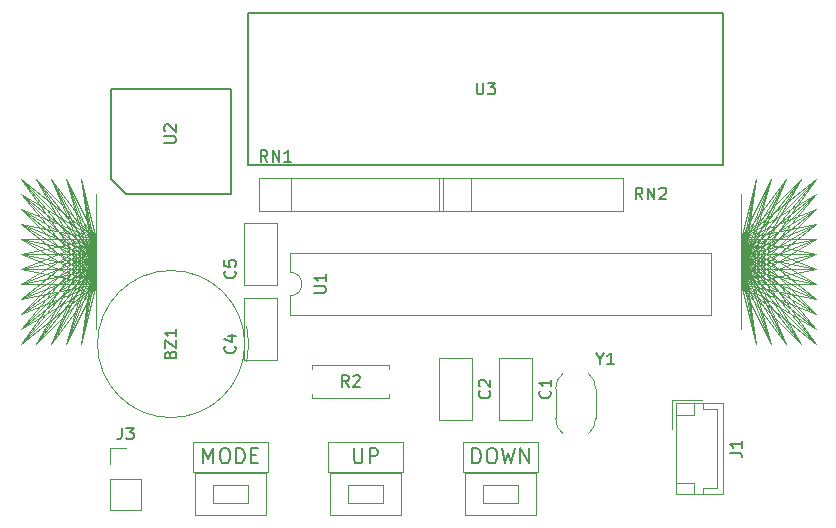
<source format=gto>
G04 #@! TF.GenerationSoftware,KiCad,Pcbnew,5.99.0-unknown-r17607-a0698723*
G04 #@! TF.CreationDate,2020-04-07T13:45:43-05:00*
G04 #@! TF.ProjectId,pcb_proto,7063625f-7072-46f7-946f-2e6b69636164,rev?*
G04 #@! TF.SameCoordinates,Original*
G04 #@! TF.FileFunction,Legend,Top*
G04 #@! TF.FilePolarity,Positive*
%FSLAX46Y46*%
G04 Gerber Fmt 4.6, Leading zero omitted, Abs format (unit mm)*
G04 Created by KiCad (PCBNEW 5.99.0-unknown-r17607-a0698723) date 2020-04-07 13:45:43*
%MOMM*%
%LPD*%
G01*
G04 APERTURE LIST*
%ADD10C,0.120000*%
%ADD11C,0.203200*%
%ADD12C,0.150000*%
G04 APERTURE END LIST*
D10*
X177800000Y-74930000D02*
X171450000Y-83820000D01*
X176530000Y-74930000D02*
X171450000Y-83820000D01*
X175260000Y-74930000D02*
X171450000Y-83820000D01*
X116840000Y-83820000D02*
X115570000Y-74930000D01*
X116840000Y-82550000D02*
X115570000Y-74930000D01*
X116840000Y-80010000D02*
X115570000Y-74930000D01*
X116840000Y-81280000D02*
X115570000Y-74930000D01*
X116840000Y-80010000D02*
X115570000Y-88900000D01*
X115570000Y-88900000D02*
X116840000Y-81280000D01*
X116840000Y-82550000D02*
X115570000Y-88900000D01*
X115570000Y-88900000D02*
X116840000Y-83820000D01*
X116840000Y-80010000D02*
X113030000Y-88900000D01*
X116840000Y-80010000D02*
X111760000Y-88900000D01*
X116840000Y-80010000D02*
X110490000Y-88900000D01*
X171450000Y-80010000D02*
X172720000Y-88900000D01*
X172720000Y-88900000D02*
X171450000Y-81280000D01*
X171450000Y-82550000D02*
X172720000Y-88900000D01*
X172720000Y-88900000D02*
X171450000Y-83820000D01*
X172720000Y-74930000D02*
X171450000Y-83820000D01*
X171450000Y-82550000D02*
X172720000Y-74930000D01*
X172720000Y-74930000D02*
X171450000Y-81280000D01*
X171450000Y-80010000D02*
X172720000Y-74930000D01*
X171450000Y-83820000D02*
X177800000Y-78740000D01*
X171450000Y-81280000D02*
X175260000Y-88900000D01*
X171450000Y-81280000D02*
X177800000Y-86360000D01*
X171450000Y-80010000D02*
X173990000Y-88900000D01*
X171450000Y-80010000D02*
X177800000Y-78740000D01*
X171450000Y-81280000D02*
X176530000Y-88900000D01*
X171450000Y-82550000D02*
X176530000Y-88900000D01*
X171450000Y-80010000D02*
X176530000Y-88900000D01*
X171450000Y-83820000D02*
X176530000Y-88900000D01*
X171450000Y-81280000D02*
X175260000Y-74930000D01*
X171450000Y-80010000D02*
X176530000Y-74930000D01*
X171450000Y-81280000D02*
X177800000Y-78740000D01*
X171450000Y-80010000D02*
X177800000Y-83820000D01*
X171450000Y-83820000D02*
X177800000Y-87630000D01*
X171450000Y-82550000D02*
X173990000Y-88900000D01*
X171450000Y-82550000D02*
X177800000Y-76200000D01*
X171450000Y-81280000D02*
X173990000Y-74930000D01*
X171450000Y-82550000D02*
X177800000Y-83820000D01*
X171450000Y-83820000D02*
X175260000Y-88900000D01*
X171450000Y-82550000D02*
X177800000Y-81280000D01*
X177800000Y-88900000D02*
X171450000Y-80010000D01*
X171450000Y-80010000D02*
X177800000Y-76200000D01*
X171450000Y-82550000D02*
X176530000Y-74930000D01*
X171450000Y-82550000D02*
X177800000Y-85090000D01*
X171450000Y-81280000D02*
X173990000Y-88900000D01*
X171450000Y-82550000D02*
X175260000Y-88900000D01*
X175260000Y-88900000D02*
X171450000Y-80010000D01*
X171450000Y-83820000D02*
X177800000Y-86360000D01*
X171450000Y-82550000D02*
X177800000Y-87630000D01*
X171450000Y-82550000D02*
X177800000Y-80010000D01*
X171450000Y-80010000D02*
X177800000Y-82550000D01*
X171450000Y-82550000D02*
X177800000Y-86360000D01*
X171450000Y-83820000D02*
X177800000Y-83820000D01*
X171450000Y-81280000D02*
X177800000Y-74930000D01*
X171450000Y-83820000D02*
X177800000Y-77470000D01*
X171450000Y-80010000D02*
X173990000Y-74930000D01*
X171450000Y-82550000D02*
X177800000Y-74930000D01*
X171450000Y-81280000D02*
X177800000Y-83820000D01*
X171450000Y-81280000D02*
X177800000Y-85090000D01*
X171450000Y-83820000D02*
X177800000Y-82550000D01*
X171450000Y-82550000D02*
X177800000Y-82550000D01*
X171450000Y-80010000D02*
X175260000Y-74930000D01*
X171450000Y-83820000D02*
X177800000Y-88900000D01*
X171450000Y-83820000D02*
X177800000Y-76200000D01*
X171450000Y-81280000D02*
X177800000Y-80010000D01*
X171450000Y-81280000D02*
X177800000Y-88900000D01*
X171450000Y-82550000D02*
X175260000Y-74930000D01*
X171450000Y-80010000D02*
X177800000Y-85090000D01*
X171450000Y-80010000D02*
X177800000Y-80010000D01*
X171450000Y-80010000D02*
X177800000Y-81280000D01*
X171450000Y-83820000D02*
X177800000Y-80010000D01*
X171450000Y-82550000D02*
X173990000Y-74930000D01*
X171450000Y-83820000D02*
X173990000Y-74930000D01*
X171450000Y-81280000D02*
X177800000Y-76200000D01*
X171450000Y-82550000D02*
X177800000Y-88900000D01*
X171450000Y-81280000D02*
X177800000Y-77470000D01*
X171450000Y-81280000D02*
X176530000Y-74930000D01*
X177800000Y-86360000D02*
X171450000Y-80010000D01*
X171450000Y-80010000D02*
X177800000Y-77470000D01*
X171450000Y-81280000D02*
X177800000Y-87630000D01*
X171450000Y-81280000D02*
X177800000Y-81280000D01*
X171450000Y-83820000D02*
X177800000Y-81280000D01*
X171450000Y-82550000D02*
X177800000Y-77470000D01*
X171450000Y-83820000D02*
X173990000Y-88900000D01*
X171450000Y-80010000D02*
X177800000Y-87630000D01*
X171450000Y-80010000D02*
X177800000Y-74930000D01*
X171450000Y-83820000D02*
X177800000Y-85090000D01*
X171450000Y-81280000D02*
X177800000Y-82550000D01*
X171450000Y-82550000D02*
X177800000Y-78740000D01*
X116840000Y-80010000D02*
X110490000Y-85090000D01*
X116840000Y-82550000D02*
X113030000Y-74930000D01*
X116840000Y-82550000D02*
X110490000Y-77470000D01*
X116840000Y-83820000D02*
X114300000Y-74930000D01*
X116840000Y-83820000D02*
X110490000Y-85090000D01*
X116840000Y-82550000D02*
X111760000Y-74930000D01*
X116840000Y-81280000D02*
X111760000Y-74930000D01*
X116840000Y-83820000D02*
X111760000Y-74930000D01*
X116840000Y-80010000D02*
X111760000Y-74930000D01*
X116840000Y-82550000D02*
X113030000Y-88900000D01*
X116840000Y-83820000D02*
X111760000Y-88900000D01*
X116840000Y-82550000D02*
X110490000Y-85090000D01*
X116840000Y-83820000D02*
X110490000Y-80010000D01*
X116840000Y-80010000D02*
X110490000Y-76200000D01*
X116840000Y-81280000D02*
X114300000Y-74930000D01*
X116840000Y-81280000D02*
X110490000Y-87630000D01*
X116840000Y-82550000D02*
X114300000Y-88900000D01*
X116840000Y-81280000D02*
X110490000Y-80010000D01*
X116840000Y-80010000D02*
X113030000Y-74930000D01*
X116840000Y-81280000D02*
X110490000Y-82550000D01*
X110490000Y-74930000D02*
X116840000Y-83820000D01*
X116840000Y-83820000D02*
X110490000Y-87630000D01*
X116840000Y-81280000D02*
X111760000Y-88900000D01*
X116840000Y-81280000D02*
X110490000Y-78740000D01*
X116840000Y-82550000D02*
X114300000Y-74930000D01*
X116840000Y-81280000D02*
X113030000Y-74930000D01*
X113030000Y-74930000D02*
X116840000Y-83820000D01*
X116840000Y-80010000D02*
X110490000Y-77470000D01*
X116840000Y-81280000D02*
X110490000Y-76200000D01*
X116840000Y-81280000D02*
X110490000Y-83820000D01*
X116840000Y-83820000D02*
X110490000Y-81280000D01*
X116840000Y-81280000D02*
X110490000Y-77470000D01*
X116840000Y-80010000D02*
X110490000Y-80010000D01*
X116840000Y-82550000D02*
X110490000Y-88900000D01*
X116840000Y-80010000D02*
X110490000Y-86360000D01*
X116840000Y-83820000D02*
X114300000Y-88900000D01*
X116840000Y-81280000D02*
X110490000Y-88900000D01*
X116840000Y-82550000D02*
X110490000Y-80010000D01*
X116840000Y-82550000D02*
X110490000Y-78740000D01*
X116840000Y-80010000D02*
X110490000Y-81280000D01*
X116840000Y-81280000D02*
X110490000Y-81280000D01*
X116840000Y-83820000D02*
X113030000Y-88900000D01*
X116840000Y-80010000D02*
X110490000Y-74930000D01*
X116840000Y-80010000D02*
X110490000Y-87630000D01*
X116840000Y-82550000D02*
X110490000Y-83820000D01*
X116840000Y-82550000D02*
X110490000Y-74930000D01*
X116840000Y-81280000D02*
X113030000Y-88900000D01*
X116840000Y-83820000D02*
X110490000Y-78740000D01*
X116840000Y-83820000D02*
X110490000Y-83820000D01*
X116840000Y-83820000D02*
X110490000Y-82550000D01*
X116840000Y-80010000D02*
X110490000Y-83820000D01*
X116840000Y-81280000D02*
X114300000Y-88900000D01*
X116840000Y-80010000D02*
X114300000Y-88900000D01*
X116840000Y-82550000D02*
X110490000Y-87630000D01*
X116840000Y-81280000D02*
X110490000Y-74930000D01*
X116840000Y-82550000D02*
X110490000Y-86360000D01*
X116840000Y-82550000D02*
X111760000Y-88900000D01*
X110490000Y-77470000D02*
X116840000Y-83820000D01*
X116840000Y-83820000D02*
X110490000Y-86360000D01*
X116840000Y-82550000D02*
X110490000Y-76200000D01*
X116840000Y-82550000D02*
X110490000Y-82550000D01*
X116840000Y-80010000D02*
X110490000Y-82550000D01*
X116840000Y-81280000D02*
X110490000Y-86360000D01*
X116840000Y-80010000D02*
X114300000Y-74930000D01*
X116840000Y-83820000D02*
X110490000Y-76200000D01*
X116840000Y-83820000D02*
X110490000Y-88900000D01*
X116840000Y-80010000D02*
X110490000Y-78740000D01*
X116840000Y-82550000D02*
X110490000Y-81280000D01*
X116840000Y-81280000D02*
X110490000Y-85090000D01*
X116840000Y-76200000D02*
X116840000Y-87630000D01*
X171450000Y-76200000D02*
X171450000Y-87630000D01*
X142875000Y-99695000D02*
X136525000Y-99695000D01*
X142875000Y-97155000D02*
X142875000Y-99695000D01*
X136525000Y-97155000D02*
X142875000Y-97155000D01*
X136525000Y-99695000D02*
X136525000Y-97155000D01*
X147955000Y-99695000D02*
X147955000Y-97155000D01*
X154305000Y-99695000D02*
X147955000Y-99695000D01*
X154305000Y-97155000D02*
X154305000Y-99695000D01*
X147955000Y-97155000D02*
X154305000Y-97155000D01*
X125095000Y-99695000D02*
X125095000Y-97155000D01*
X131445000Y-99695000D02*
X125095000Y-99695000D01*
X131445000Y-97155000D02*
X131445000Y-99695000D01*
X125095000Y-97155000D02*
X131445000Y-97155000D01*
D11*
X148741190Y-98999523D02*
X148741190Y-97729523D01*
X149043571Y-97729523D01*
X149225000Y-97790000D01*
X149345952Y-97910952D01*
X149406428Y-98031904D01*
X149466904Y-98273809D01*
X149466904Y-98455238D01*
X149406428Y-98697142D01*
X149345952Y-98818095D01*
X149225000Y-98939047D01*
X149043571Y-98999523D01*
X148741190Y-98999523D01*
X150253095Y-97729523D02*
X150495000Y-97729523D01*
X150615952Y-97790000D01*
X150736904Y-97910952D01*
X150797380Y-98152857D01*
X150797380Y-98576190D01*
X150736904Y-98818095D01*
X150615952Y-98939047D01*
X150495000Y-98999523D01*
X150253095Y-98999523D01*
X150132142Y-98939047D01*
X150011190Y-98818095D01*
X149950714Y-98576190D01*
X149950714Y-98152857D01*
X150011190Y-97910952D01*
X150132142Y-97790000D01*
X150253095Y-97729523D01*
X151220714Y-97729523D02*
X151523095Y-98999523D01*
X151765000Y-98092380D01*
X152006904Y-98999523D01*
X152309285Y-97729523D01*
X152793095Y-98999523D02*
X152793095Y-97729523D01*
X153518809Y-98999523D01*
X153518809Y-97729523D01*
X138702142Y-97729523D02*
X138702142Y-98757619D01*
X138762619Y-98878571D01*
X138823095Y-98939047D01*
X138944047Y-98999523D01*
X139185952Y-98999523D01*
X139306904Y-98939047D01*
X139367380Y-98878571D01*
X139427857Y-98757619D01*
X139427857Y-97729523D01*
X140032619Y-98999523D02*
X140032619Y-97729523D01*
X140516428Y-97729523D01*
X140637380Y-97790000D01*
X140697857Y-97850476D01*
X140758333Y-97971428D01*
X140758333Y-98152857D01*
X140697857Y-98273809D01*
X140637380Y-98334285D01*
X140516428Y-98394761D01*
X140032619Y-98394761D01*
X125971904Y-98999523D02*
X125971904Y-97729523D01*
X126395238Y-98636666D01*
X126818571Y-97729523D01*
X126818571Y-98999523D01*
X127665238Y-97729523D02*
X127907142Y-97729523D01*
X128028095Y-97790000D01*
X128149047Y-97910952D01*
X128209523Y-98152857D01*
X128209523Y-98576190D01*
X128149047Y-98818095D01*
X128028095Y-98939047D01*
X127907142Y-98999523D01*
X127665238Y-98999523D01*
X127544285Y-98939047D01*
X127423333Y-98818095D01*
X127362857Y-98576190D01*
X127362857Y-98152857D01*
X127423333Y-97910952D01*
X127544285Y-97790000D01*
X127665238Y-97729523D01*
X128753809Y-98999523D02*
X128753809Y-97729523D01*
X129056190Y-97729523D01*
X129237619Y-97790000D01*
X129358571Y-97910952D01*
X129419047Y-98031904D01*
X129479523Y-98273809D01*
X129479523Y-98455238D01*
X129419047Y-98697142D01*
X129358571Y-98818095D01*
X129237619Y-98939047D01*
X129056190Y-98999523D01*
X128753809Y-98999523D01*
X130023809Y-98334285D02*
X130447142Y-98334285D01*
X130628571Y-98999523D02*
X130023809Y-98999523D01*
X130023809Y-97729523D01*
X130628571Y-97729523D01*
D10*
X169985000Y-93910000D02*
X165965000Y-93910000D01*
X165965000Y-93910000D02*
X165965000Y-101630000D01*
X165965000Y-101630000D02*
X169985000Y-101630000D01*
X169985000Y-101630000D02*
X169985000Y-93910000D01*
X168275000Y-93910000D02*
X168275000Y-94410000D01*
X168275000Y-94410000D02*
X169485000Y-94410000D01*
X169485000Y-94410000D02*
X169485000Y-101130000D01*
X169485000Y-101130000D02*
X168275000Y-101130000D01*
X168275000Y-101130000D02*
X168275000Y-101630000D01*
X167465000Y-93910000D02*
X167465000Y-94910000D01*
X167465000Y-94910000D02*
X165965000Y-94910000D01*
X167465000Y-101630000D02*
X167465000Y-100630000D01*
X167465000Y-100630000D02*
X165965000Y-100630000D01*
X168165000Y-93610000D02*
X165665000Y-93610000D01*
X165665000Y-93610000D02*
X165665000Y-96110000D01*
X145880000Y-74800000D02*
X145880000Y-77600000D01*
X145880000Y-77600000D02*
X161460000Y-77600000D01*
X161460000Y-77600000D02*
X161460000Y-74800000D01*
X161460000Y-74800000D02*
X145880000Y-74800000D01*
X148590000Y-74800000D02*
X148590000Y-77600000D01*
X148690000Y-90070000D02*
X148690000Y-95310000D01*
X145950000Y-90070000D02*
X145950000Y-95310000D01*
X148690000Y-90070000D02*
X145950000Y-90070000D01*
X148690000Y-95310000D02*
X145950000Y-95310000D01*
X133350000Y-74800000D02*
X133350000Y-77600000D01*
X146220000Y-74800000D02*
X130640000Y-74800000D01*
X146220000Y-77600000D02*
X146220000Y-74800000D01*
X130640000Y-77600000D02*
X146220000Y-77600000D01*
X130640000Y-74800000D02*
X130640000Y-77600000D01*
X132180000Y-78640000D02*
X132180000Y-83880000D01*
X129440000Y-78640000D02*
X129440000Y-83880000D01*
X132180000Y-78640000D02*
X129440000Y-78640000D01*
X132180000Y-83880000D02*
X129440000Y-83880000D01*
X135160000Y-90705000D02*
X135160000Y-91035000D01*
X141700000Y-90705000D02*
X135160000Y-90705000D01*
X141700000Y-91035000D02*
X141700000Y-90705000D01*
X135160000Y-93445000D02*
X135160000Y-93115000D01*
X141700000Y-93445000D02*
X135160000Y-93445000D01*
X141700000Y-93115000D02*
X141700000Y-93445000D01*
D12*
X119380000Y-76200000D02*
X128270000Y-76200000D01*
X128270000Y-76200000D02*
X128270000Y-67310000D01*
X128270000Y-67310000D02*
X118110000Y-67310000D01*
X118110000Y-67310000D02*
X118110000Y-74930000D01*
X118110000Y-74930000D02*
X119380000Y-76200000D01*
D10*
X125270000Y-103350000D02*
X131270000Y-103350000D01*
X131270000Y-103350000D02*
X131270000Y-99850000D01*
X131270000Y-99850000D02*
X125270000Y-99850000D01*
X125270000Y-99850000D02*
X125270000Y-103350000D01*
X126770000Y-102350000D02*
X129770000Y-102350000D01*
X129770000Y-102350000D02*
X129770000Y-100850000D01*
X129770000Y-100850000D02*
X126770000Y-100850000D01*
X126770000Y-100850000D02*
X126770000Y-102350000D01*
X136700000Y-103350000D02*
X142700000Y-103350000D01*
X142700000Y-103350000D02*
X142700000Y-99850000D01*
X142700000Y-99850000D02*
X136700000Y-99850000D01*
X136700000Y-99850000D02*
X136700000Y-103350000D01*
X138200000Y-102350000D02*
X141200000Y-102350000D01*
X141200000Y-102350000D02*
X141200000Y-100850000D01*
X141200000Y-100850000D02*
X138200000Y-100850000D01*
X138200000Y-100850000D02*
X138200000Y-102350000D01*
X148130000Y-103350000D02*
X154130000Y-103350000D01*
X154130000Y-103350000D02*
X154130000Y-99850000D01*
X154130000Y-99850000D02*
X148130000Y-99850000D01*
X148130000Y-99850000D02*
X148130000Y-103350000D01*
X149630000Y-102350000D02*
X152630000Y-102350000D01*
X152630000Y-102350000D02*
X152630000Y-100850000D01*
X152630000Y-100850000D02*
X149630000Y-100850000D01*
X149630000Y-100850000D02*
X149630000Y-102350000D01*
X133290000Y-81170000D02*
X133290000Y-82820000D01*
X168970000Y-81170000D02*
X133290000Y-81170000D01*
X168970000Y-86470000D02*
X168970000Y-81170000D01*
X133290000Y-86470000D02*
X168970000Y-86470000D01*
X133290000Y-84820000D02*
X133290000Y-86470000D01*
X133290000Y-82820000D02*
G75*
G02*
X133290000Y-84820000I0J-1000000D01*
G01*
X118050000Y-102930000D02*
X120710000Y-102930000D01*
X118050000Y-100330000D02*
X118050000Y-102930000D01*
X120710000Y-100330000D02*
X120710000Y-102930000D01*
X118050000Y-100330000D02*
X120710000Y-100330000D01*
X118050000Y-99060000D02*
X118050000Y-97730000D01*
X118050000Y-97730000D02*
X119380000Y-97730000D01*
X129460000Y-88900000D02*
G75*
G03*
X129460000Y-88900000I-6230000J0D01*
G01*
X129630000Y-87400001D02*
G75*
G02*
X129630000Y-90400000I-6400000J-1499999D01*
G01*
X132180000Y-85030000D02*
X132180000Y-90270000D01*
X129440000Y-85030000D02*
X129440000Y-90270000D01*
X132180000Y-85030000D02*
X129440000Y-85030000D01*
X132180000Y-90270000D02*
X129440000Y-90270000D01*
D12*
X169950000Y-60910000D02*
X169950000Y-73710000D01*
X169950000Y-60910000D02*
X129770000Y-60910000D01*
X129770000Y-60910000D02*
X129770000Y-73710000D01*
X129770000Y-73710000D02*
X169950000Y-73710000D01*
D10*
X153770000Y-90070000D02*
X153770000Y-95310000D01*
X151030000Y-90070000D02*
X151030000Y-95310000D01*
X153770000Y-90070000D02*
X151030000Y-90070000D01*
X153770000Y-95310000D02*
X151030000Y-95310000D01*
X156431039Y-96527790D02*
G75*
G02*
X155780000Y-95190000I1048961J1337790D01*
G01*
X156431039Y-91352210D02*
G75*
G03*
X155780000Y-92690000I1048961J-1337790D01*
G01*
X158528961Y-96527790D02*
G75*
G03*
X159180000Y-95190000I-1048961J1337790D01*
G01*
X158528961Y-91352210D02*
G75*
G02*
X159180000Y-92690000I-1048961J-1337790D01*
G01*
X155780000Y-92690000D02*
X155780000Y-95190000D01*
X159180000Y-92690000D02*
X159180000Y-95190000D01*
D12*
X170527380Y-98103333D02*
X171241666Y-98103333D01*
X171384523Y-98150952D01*
X171479761Y-98246190D01*
X171527380Y-98389047D01*
X171527380Y-98484285D01*
X171527380Y-97103333D02*
X171527380Y-97674761D01*
X171527380Y-97389047D02*
X170527380Y-97389047D01*
X170670238Y-97484285D01*
X170765476Y-97579523D01*
X170813095Y-97674761D01*
X163139523Y-76652380D02*
X162806190Y-76176190D01*
X162568095Y-76652380D02*
X162568095Y-75652380D01*
X162949047Y-75652380D01*
X163044285Y-75700000D01*
X163091904Y-75747619D01*
X163139523Y-75842857D01*
X163139523Y-75985714D01*
X163091904Y-76080952D01*
X163044285Y-76128571D01*
X162949047Y-76176190D01*
X162568095Y-76176190D01*
X163568095Y-76652380D02*
X163568095Y-75652380D01*
X164139523Y-76652380D01*
X164139523Y-75652380D01*
X164568095Y-75747619D02*
X164615714Y-75700000D01*
X164710952Y-75652380D01*
X164949047Y-75652380D01*
X165044285Y-75700000D01*
X165091904Y-75747619D01*
X165139523Y-75842857D01*
X165139523Y-75938095D01*
X165091904Y-76080952D01*
X164520476Y-76652380D01*
X165139523Y-76652380D01*
X150177142Y-92856666D02*
X150224761Y-92904285D01*
X150272380Y-93047142D01*
X150272380Y-93142380D01*
X150224761Y-93285238D01*
X150129523Y-93380476D01*
X150034285Y-93428095D01*
X149843809Y-93475714D01*
X149700952Y-93475714D01*
X149510476Y-93428095D01*
X149415238Y-93380476D01*
X149320000Y-93285238D01*
X149272380Y-93142380D01*
X149272380Y-93047142D01*
X149320000Y-92904285D01*
X149367619Y-92856666D01*
X149367619Y-92475714D02*
X149320000Y-92428095D01*
X149272380Y-92332857D01*
X149272380Y-92094761D01*
X149320000Y-91999523D01*
X149367619Y-91951904D01*
X149462857Y-91904285D01*
X149558095Y-91904285D01*
X149700952Y-91951904D01*
X150272380Y-92523333D01*
X150272380Y-91904285D01*
X131389523Y-73477380D02*
X131056190Y-73001190D01*
X130818095Y-73477380D02*
X130818095Y-72477380D01*
X131199047Y-72477380D01*
X131294285Y-72525000D01*
X131341904Y-72572619D01*
X131389523Y-72667857D01*
X131389523Y-72810714D01*
X131341904Y-72905952D01*
X131294285Y-72953571D01*
X131199047Y-73001190D01*
X130818095Y-73001190D01*
X131818095Y-73477380D02*
X131818095Y-72477380D01*
X132389523Y-73477380D01*
X132389523Y-72477380D01*
X133389523Y-73477380D02*
X132818095Y-73477380D01*
X133103809Y-73477380D02*
X133103809Y-72477380D01*
X133008571Y-72620238D01*
X132913333Y-72715476D01*
X132818095Y-72763095D01*
X128627142Y-82716666D02*
X128674761Y-82764285D01*
X128722380Y-82907142D01*
X128722380Y-83002380D01*
X128674761Y-83145238D01*
X128579523Y-83240476D01*
X128484285Y-83288095D01*
X128293809Y-83335714D01*
X128150952Y-83335714D01*
X127960476Y-83288095D01*
X127865238Y-83240476D01*
X127770000Y-83145238D01*
X127722380Y-83002380D01*
X127722380Y-82907142D01*
X127770000Y-82764285D01*
X127817619Y-82716666D01*
X127722380Y-81811904D02*
X127722380Y-82288095D01*
X128198571Y-82335714D01*
X128150952Y-82288095D01*
X128103333Y-82192857D01*
X128103333Y-81954761D01*
X128150952Y-81859523D01*
X128198571Y-81811904D01*
X128293809Y-81764285D01*
X128531904Y-81764285D01*
X128627142Y-81811904D01*
X128674761Y-81859523D01*
X128722380Y-81954761D01*
X128722380Y-82192857D01*
X128674761Y-82288095D01*
X128627142Y-82335714D01*
X138263333Y-92527380D02*
X137930000Y-92051190D01*
X137691904Y-92527380D02*
X137691904Y-91527380D01*
X138072857Y-91527380D01*
X138168095Y-91575000D01*
X138215714Y-91622619D01*
X138263333Y-91717857D01*
X138263333Y-91860714D01*
X138215714Y-91955952D01*
X138168095Y-92003571D01*
X138072857Y-92051190D01*
X137691904Y-92051190D01*
X138644285Y-91622619D02*
X138691904Y-91575000D01*
X138787142Y-91527380D01*
X139025238Y-91527380D01*
X139120476Y-91575000D01*
X139168095Y-91622619D01*
X139215714Y-91717857D01*
X139215714Y-91813095D01*
X139168095Y-91955952D01*
X138596666Y-92527380D01*
X139215714Y-92527380D01*
X122642380Y-71881904D02*
X123451904Y-71881904D01*
X123547142Y-71834285D01*
X123594761Y-71786666D01*
X123642380Y-71691428D01*
X123642380Y-71500952D01*
X123594761Y-71405714D01*
X123547142Y-71358095D01*
X123451904Y-71310476D01*
X122642380Y-71310476D01*
X122737619Y-70881904D02*
X122690000Y-70834285D01*
X122642380Y-70739047D01*
X122642380Y-70500952D01*
X122690000Y-70405714D01*
X122737619Y-70358095D01*
X122832857Y-70310476D01*
X122928095Y-70310476D01*
X123070952Y-70358095D01*
X123642380Y-70929523D01*
X123642380Y-70310476D01*
X135342380Y-84581904D02*
X136151904Y-84581904D01*
X136247142Y-84534285D01*
X136294761Y-84486666D01*
X136342380Y-84391428D01*
X136342380Y-84200952D01*
X136294761Y-84105714D01*
X136247142Y-84058095D01*
X136151904Y-84010476D01*
X135342380Y-84010476D01*
X136342380Y-83010476D02*
X136342380Y-83581904D01*
X136342380Y-83296190D02*
X135342380Y-83296190D01*
X135485238Y-83391428D01*
X135580476Y-83486666D01*
X135628095Y-83581904D01*
X119046666Y-95972380D02*
X119046666Y-96686666D01*
X118999047Y-96829523D01*
X118903809Y-96924761D01*
X118760952Y-96972380D01*
X118665714Y-96972380D01*
X119427619Y-95972380D02*
X120046666Y-95972380D01*
X119713333Y-96353333D01*
X119856190Y-96353333D01*
X119951428Y-96400952D01*
X119999047Y-96448571D01*
X120046666Y-96543809D01*
X120046666Y-96781904D01*
X119999047Y-96877142D01*
X119951428Y-96924761D01*
X119856190Y-96972380D01*
X119570476Y-96972380D01*
X119475238Y-96924761D01*
X119427619Y-96877142D01*
X123158571Y-89780952D02*
X123206190Y-89638095D01*
X123253809Y-89590476D01*
X123349047Y-89542857D01*
X123491904Y-89542857D01*
X123587142Y-89590476D01*
X123634761Y-89638095D01*
X123682380Y-89733333D01*
X123682380Y-90114285D01*
X122682380Y-90114285D01*
X122682380Y-89780952D01*
X122730000Y-89685714D01*
X122777619Y-89638095D01*
X122872857Y-89590476D01*
X122968095Y-89590476D01*
X123063333Y-89638095D01*
X123110952Y-89685714D01*
X123158571Y-89780952D01*
X123158571Y-90114285D01*
X122682380Y-89209523D02*
X122682380Y-88542857D01*
X123682380Y-89209523D01*
X123682380Y-88542857D01*
X123682380Y-87638095D02*
X123682380Y-88209523D01*
X123682380Y-87923809D02*
X122682380Y-87923809D01*
X122825238Y-88019047D01*
X122920476Y-88114285D01*
X122968095Y-88209523D01*
X128627142Y-89066666D02*
X128674761Y-89114285D01*
X128722380Y-89257142D01*
X128722380Y-89352380D01*
X128674761Y-89495238D01*
X128579523Y-89590476D01*
X128484285Y-89638095D01*
X128293809Y-89685714D01*
X128150952Y-89685714D01*
X127960476Y-89638095D01*
X127865238Y-89590476D01*
X127770000Y-89495238D01*
X127722380Y-89352380D01*
X127722380Y-89257142D01*
X127770000Y-89114285D01*
X127817619Y-89066666D01*
X128055714Y-88209523D02*
X128722380Y-88209523D01*
X127674761Y-88447619D02*
X128389047Y-88685714D01*
X128389047Y-88066666D01*
X149098095Y-66762380D02*
X149098095Y-67571904D01*
X149145714Y-67667142D01*
X149193333Y-67714761D01*
X149288571Y-67762380D01*
X149479047Y-67762380D01*
X149574285Y-67714761D01*
X149621904Y-67667142D01*
X149669523Y-67571904D01*
X149669523Y-66762380D01*
X150050476Y-66762380D02*
X150669523Y-66762380D01*
X150336190Y-67143333D01*
X150479047Y-67143333D01*
X150574285Y-67190952D01*
X150621904Y-67238571D01*
X150669523Y-67333809D01*
X150669523Y-67571904D01*
X150621904Y-67667142D01*
X150574285Y-67714761D01*
X150479047Y-67762380D01*
X150193333Y-67762380D01*
X150098095Y-67714761D01*
X150050476Y-67667142D01*
X155297142Y-92856666D02*
X155344761Y-92904285D01*
X155392380Y-93047142D01*
X155392380Y-93142380D01*
X155344761Y-93285238D01*
X155249523Y-93380476D01*
X155154285Y-93428095D01*
X154963809Y-93475714D01*
X154820952Y-93475714D01*
X154630476Y-93428095D01*
X154535238Y-93380476D01*
X154440000Y-93285238D01*
X154392380Y-93142380D01*
X154392380Y-93047142D01*
X154440000Y-92904285D01*
X154487619Y-92856666D01*
X155392380Y-91904285D02*
X155392380Y-92475714D01*
X155392380Y-92190000D02*
X154392380Y-92190000D01*
X154535238Y-92285238D01*
X154630476Y-92380476D01*
X154678095Y-92475714D01*
X159543809Y-90146190D02*
X159543809Y-90622380D01*
X159210476Y-89622380D02*
X159543809Y-90146190D01*
X159877142Y-89622380D01*
X160734285Y-90622380D02*
X160162857Y-90622380D01*
X160448571Y-90622380D02*
X160448571Y-89622380D01*
X160353333Y-89765238D01*
X160258095Y-89860476D01*
X160162857Y-89908095D01*
M02*

</source>
